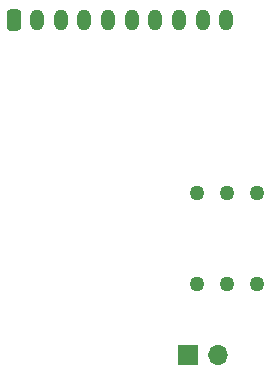
<source format=gbr>
%TF.GenerationSoftware,KiCad,Pcbnew,(6.0.8)*%
%TF.CreationDate,2023-06-01T04:28:43+02:00*%
%TF.ProjectId,BSPD-07,42535044-2d30-4372-9e6b-696361645f70,rev?*%
%TF.SameCoordinates,Original*%
%TF.FileFunction,Soldermask,Bot*%
%TF.FilePolarity,Negative*%
%FSLAX46Y46*%
G04 Gerber Fmt 4.6, Leading zero omitted, Abs format (unit mm)*
G04 Created by KiCad (PCBNEW (6.0.8)) date 2023-06-01 04:28:43*
%MOMM*%
%LPD*%
G01*
G04 APERTURE LIST*
G04 Aperture macros list*
%AMRoundRect*
0 Rectangle with rounded corners*
0 $1 Rounding radius*
0 $2 $3 $4 $5 $6 $7 $8 $9 X,Y pos of 4 corners*
0 Add a 4 corners polygon primitive as box body*
4,1,4,$2,$3,$4,$5,$6,$7,$8,$9,$2,$3,0*
0 Add four circle primitives for the rounded corners*
1,1,$1+$1,$2,$3*
1,1,$1+$1,$4,$5*
1,1,$1+$1,$6,$7*
1,1,$1+$1,$8,$9*
0 Add four rect primitives between the rounded corners*
20,1,$1+$1,$2,$3,$4,$5,0*
20,1,$1+$1,$4,$5,$6,$7,0*
20,1,$1+$1,$6,$7,$8,$9,0*
20,1,$1+$1,$8,$9,$2,$3,0*%
G04 Aperture macros list end*
%ADD10C,1.269000*%
%ADD11R,1.700000X1.700000*%
%ADD12O,1.700000X1.700000*%
%ADD13RoundRect,0.250000X-0.350000X-0.650000X0.350000X-0.650000X0.350000X0.650000X-0.350000X0.650000X0*%
%ADD14O,1.200000X1.800000*%
G04 APERTURE END LIST*
D10*
%TO.C,RV1*%
X170685200Y-113715800D03*
X173225200Y-113715800D03*
X175765200Y-113715800D03*
%TD*%
%TO.C,RV2*%
X170736000Y-121437400D03*
X173276000Y-121437400D03*
X175816000Y-121437400D03*
%TD*%
D11*
%TO.C,JP1*%
X169969000Y-127431800D03*
D12*
X172509000Y-127431800D03*
%TD*%
D13*
%TO.C,J1*%
X155180000Y-99034600D03*
D14*
X157180000Y-99034600D03*
X159180000Y-99034600D03*
X161180000Y-99034600D03*
X163180000Y-99034600D03*
X165180000Y-99034600D03*
X167180000Y-99034600D03*
X169180000Y-99034600D03*
X171180000Y-99034600D03*
X173180000Y-99034600D03*
%TD*%
M02*

</source>
